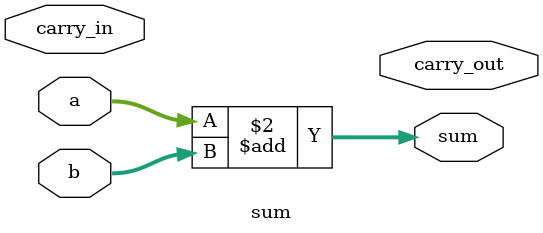
<source format=v>
module sum(
    input [3:0] a,
    input [3:0] b,
    input carry_in,
    output reg [3:0] sum,
    output reg carry_out
);

wire tmp_wire;
reg [3:0] tmp_reg;

always @(a or b) begin
    sum = a + b;
end

endmodule
</source>
